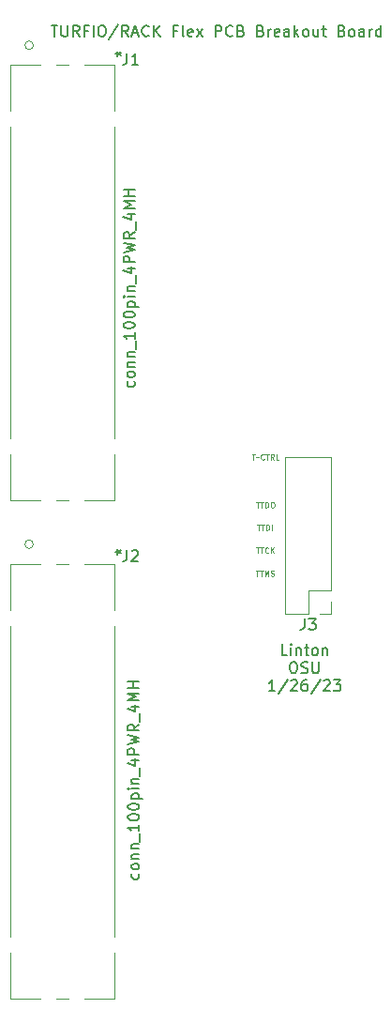
<source format=gbr>
%TF.GenerationSoftware,KiCad,Pcbnew,(6.0.6)*%
%TF.CreationDate,2023-01-26T13:39:55-05:00*%
%TF.ProjectId,TURFIO_RACK_Flex_PCB_Breakout,54555246-494f-45f5-9241-434b5f466c65,rev?*%
%TF.SameCoordinates,Original*%
%TF.FileFunction,Legend,Top*%
%TF.FilePolarity,Positive*%
%FSLAX46Y46*%
G04 Gerber Fmt 4.6, Leading zero omitted, Abs format (unit mm)*
G04 Created by KiCad (PCBNEW (6.0.6)) date 2023-01-26 13:39:55*
%MOMM*%
%LPD*%
G01*
G04 APERTURE LIST*
%ADD10C,0.125000*%
%ADD11C,0.150000*%
%ADD12C,0.120000*%
G04 APERTURE END LIST*
D10*
X102607619Y-98636190D02*
X102893333Y-98636190D01*
X102750476Y-99136190D02*
X102750476Y-98636190D01*
X102988571Y-98636190D02*
X103274285Y-98636190D01*
X103131428Y-99136190D02*
X103131428Y-98636190D01*
X103440952Y-99136190D02*
X103440952Y-98636190D01*
X103560000Y-98636190D01*
X103631428Y-98660000D01*
X103679047Y-98707619D01*
X103702857Y-98755238D01*
X103726666Y-98850476D01*
X103726666Y-98921904D01*
X103702857Y-99017142D01*
X103679047Y-99064761D01*
X103631428Y-99112380D01*
X103560000Y-99136190D01*
X103440952Y-99136190D01*
X103940952Y-99136190D02*
X103940952Y-98636190D01*
D11*
X105328571Y-110442380D02*
X104852380Y-110442380D01*
X104852380Y-109442380D01*
X105661904Y-110442380D02*
X105661904Y-109775714D01*
X105661904Y-109442380D02*
X105614285Y-109490000D01*
X105661904Y-109537619D01*
X105709523Y-109490000D01*
X105661904Y-109442380D01*
X105661904Y-109537619D01*
X106138095Y-109775714D02*
X106138095Y-110442380D01*
X106138095Y-109870952D02*
X106185714Y-109823333D01*
X106280952Y-109775714D01*
X106423809Y-109775714D01*
X106519047Y-109823333D01*
X106566666Y-109918571D01*
X106566666Y-110442380D01*
X106900000Y-109775714D02*
X107280952Y-109775714D01*
X107042857Y-109442380D02*
X107042857Y-110299523D01*
X107090476Y-110394761D01*
X107185714Y-110442380D01*
X107280952Y-110442380D01*
X107757142Y-110442380D02*
X107661904Y-110394761D01*
X107614285Y-110347142D01*
X107566666Y-110251904D01*
X107566666Y-109966190D01*
X107614285Y-109870952D01*
X107661904Y-109823333D01*
X107757142Y-109775714D01*
X107900000Y-109775714D01*
X107995238Y-109823333D01*
X108042857Y-109870952D01*
X108090476Y-109966190D01*
X108090476Y-110251904D01*
X108042857Y-110347142D01*
X107995238Y-110394761D01*
X107900000Y-110442380D01*
X107757142Y-110442380D01*
X108519047Y-109775714D02*
X108519047Y-110442380D01*
X108519047Y-109870952D02*
X108566666Y-109823333D01*
X108661904Y-109775714D01*
X108804761Y-109775714D01*
X108900000Y-109823333D01*
X108947619Y-109918571D01*
X108947619Y-110442380D01*
X105804761Y-111052380D02*
X105995238Y-111052380D01*
X106090476Y-111100000D01*
X106185714Y-111195238D01*
X106233333Y-111385714D01*
X106233333Y-111719047D01*
X106185714Y-111909523D01*
X106090476Y-112004761D01*
X105995238Y-112052380D01*
X105804761Y-112052380D01*
X105709523Y-112004761D01*
X105614285Y-111909523D01*
X105566666Y-111719047D01*
X105566666Y-111385714D01*
X105614285Y-111195238D01*
X105709523Y-111100000D01*
X105804761Y-111052380D01*
X106614285Y-112004761D02*
X106757142Y-112052380D01*
X106995238Y-112052380D01*
X107090476Y-112004761D01*
X107138095Y-111957142D01*
X107185714Y-111861904D01*
X107185714Y-111766666D01*
X107138095Y-111671428D01*
X107090476Y-111623809D01*
X106995238Y-111576190D01*
X106804761Y-111528571D01*
X106709523Y-111480952D01*
X106661904Y-111433333D01*
X106614285Y-111338095D01*
X106614285Y-111242857D01*
X106661904Y-111147619D01*
X106709523Y-111100000D01*
X106804761Y-111052380D01*
X107042857Y-111052380D01*
X107185714Y-111100000D01*
X107614285Y-111052380D02*
X107614285Y-111861904D01*
X107661904Y-111957142D01*
X107709523Y-112004761D01*
X107804761Y-112052380D01*
X107995238Y-112052380D01*
X108090476Y-112004761D01*
X108138095Y-111957142D01*
X108185714Y-111861904D01*
X108185714Y-111052380D01*
X104233333Y-113662380D02*
X103661904Y-113662380D01*
X103947619Y-113662380D02*
X103947619Y-112662380D01*
X103852380Y-112805238D01*
X103757142Y-112900476D01*
X103661904Y-112948095D01*
X105376190Y-112614761D02*
X104519047Y-113900476D01*
X105661904Y-112757619D02*
X105709523Y-112710000D01*
X105804761Y-112662380D01*
X106042857Y-112662380D01*
X106138095Y-112710000D01*
X106185714Y-112757619D01*
X106233333Y-112852857D01*
X106233333Y-112948095D01*
X106185714Y-113090952D01*
X105614285Y-113662380D01*
X106233333Y-113662380D01*
X107090476Y-112662380D02*
X106900000Y-112662380D01*
X106804761Y-112710000D01*
X106757142Y-112757619D01*
X106661904Y-112900476D01*
X106614285Y-113090952D01*
X106614285Y-113471904D01*
X106661904Y-113567142D01*
X106709523Y-113614761D01*
X106804761Y-113662380D01*
X106995238Y-113662380D01*
X107090476Y-113614761D01*
X107138095Y-113567142D01*
X107185714Y-113471904D01*
X107185714Y-113233809D01*
X107138095Y-113138571D01*
X107090476Y-113090952D01*
X106995238Y-113043333D01*
X106804761Y-113043333D01*
X106709523Y-113090952D01*
X106661904Y-113138571D01*
X106614285Y-113233809D01*
X108328571Y-112614761D02*
X107471428Y-113900476D01*
X108614285Y-112757619D02*
X108661904Y-112710000D01*
X108757142Y-112662380D01*
X108995238Y-112662380D01*
X109090476Y-112710000D01*
X109138095Y-112757619D01*
X109185714Y-112852857D01*
X109185714Y-112948095D01*
X109138095Y-113090952D01*
X108566666Y-113662380D01*
X109185714Y-113662380D01*
X109519047Y-112662380D02*
X110138095Y-112662380D01*
X109804761Y-113043333D01*
X109947619Y-113043333D01*
X110042857Y-113090952D01*
X110090476Y-113138571D01*
X110138095Y-113233809D01*
X110138095Y-113471904D01*
X110090476Y-113567142D01*
X110042857Y-113614761D01*
X109947619Y-113662380D01*
X109661904Y-113662380D01*
X109566666Y-113614761D01*
X109519047Y-113567142D01*
D10*
X102482857Y-102796190D02*
X102768571Y-102796190D01*
X102625714Y-103296190D02*
X102625714Y-102796190D01*
X102863809Y-102796190D02*
X103149523Y-102796190D01*
X103006666Y-103296190D02*
X103006666Y-102796190D01*
X103316190Y-103296190D02*
X103316190Y-102796190D01*
X103482857Y-103153333D01*
X103649523Y-102796190D01*
X103649523Y-103296190D01*
X103863809Y-103272380D02*
X103935238Y-103296190D01*
X104054285Y-103296190D01*
X104101904Y-103272380D01*
X104125714Y-103248571D01*
X104149523Y-103200952D01*
X104149523Y-103153333D01*
X104125714Y-103105714D01*
X104101904Y-103081904D01*
X104054285Y-103058095D01*
X103959047Y-103034285D01*
X103911428Y-103010476D01*
X103887619Y-102986666D01*
X103863809Y-102939047D01*
X103863809Y-102891428D01*
X103887619Y-102843809D01*
X103911428Y-102820000D01*
X103959047Y-102796190D01*
X104078095Y-102796190D01*
X104149523Y-102820000D01*
X102506666Y-100726190D02*
X102792380Y-100726190D01*
X102649523Y-101226190D02*
X102649523Y-100726190D01*
X102887619Y-100726190D02*
X103173333Y-100726190D01*
X103030476Y-101226190D02*
X103030476Y-100726190D01*
X103625714Y-101178571D02*
X103601904Y-101202380D01*
X103530476Y-101226190D01*
X103482857Y-101226190D01*
X103411428Y-101202380D01*
X103363809Y-101154761D01*
X103340000Y-101107142D01*
X103316190Y-101011904D01*
X103316190Y-100940476D01*
X103340000Y-100845238D01*
X103363809Y-100797619D01*
X103411428Y-100750000D01*
X103482857Y-100726190D01*
X103530476Y-100726190D01*
X103601904Y-100750000D01*
X103625714Y-100773809D01*
X103840000Y-101226190D02*
X103840000Y-100726190D01*
X104125714Y-101226190D02*
X103911428Y-100940476D01*
X104125714Y-100726190D02*
X103840000Y-101011904D01*
D11*
X84027619Y-53622380D02*
X84599047Y-53622380D01*
X84313333Y-54622380D02*
X84313333Y-53622380D01*
X84932380Y-53622380D02*
X84932380Y-54431904D01*
X84980000Y-54527142D01*
X85027619Y-54574761D01*
X85122857Y-54622380D01*
X85313333Y-54622380D01*
X85408571Y-54574761D01*
X85456190Y-54527142D01*
X85503809Y-54431904D01*
X85503809Y-53622380D01*
X86551428Y-54622380D02*
X86218095Y-54146190D01*
X85980000Y-54622380D02*
X85980000Y-53622380D01*
X86360952Y-53622380D01*
X86456190Y-53670000D01*
X86503809Y-53717619D01*
X86551428Y-53812857D01*
X86551428Y-53955714D01*
X86503809Y-54050952D01*
X86456190Y-54098571D01*
X86360952Y-54146190D01*
X85980000Y-54146190D01*
X87313333Y-54098571D02*
X86980000Y-54098571D01*
X86980000Y-54622380D02*
X86980000Y-53622380D01*
X87456190Y-53622380D01*
X87837142Y-54622380D02*
X87837142Y-53622380D01*
X88503809Y-53622380D02*
X88694285Y-53622380D01*
X88789523Y-53670000D01*
X88884761Y-53765238D01*
X88932380Y-53955714D01*
X88932380Y-54289047D01*
X88884761Y-54479523D01*
X88789523Y-54574761D01*
X88694285Y-54622380D01*
X88503809Y-54622380D01*
X88408571Y-54574761D01*
X88313333Y-54479523D01*
X88265714Y-54289047D01*
X88265714Y-53955714D01*
X88313333Y-53765238D01*
X88408571Y-53670000D01*
X88503809Y-53622380D01*
X90075238Y-53574761D02*
X89218095Y-54860476D01*
X90980000Y-54622380D02*
X90646666Y-54146190D01*
X90408571Y-54622380D02*
X90408571Y-53622380D01*
X90789523Y-53622380D01*
X90884761Y-53670000D01*
X90932380Y-53717619D01*
X90980000Y-53812857D01*
X90980000Y-53955714D01*
X90932380Y-54050952D01*
X90884761Y-54098571D01*
X90789523Y-54146190D01*
X90408571Y-54146190D01*
X91360952Y-54336666D02*
X91837142Y-54336666D01*
X91265714Y-54622380D02*
X91599047Y-53622380D01*
X91932380Y-54622380D01*
X92837142Y-54527142D02*
X92789523Y-54574761D01*
X92646666Y-54622380D01*
X92551428Y-54622380D01*
X92408571Y-54574761D01*
X92313333Y-54479523D01*
X92265714Y-54384285D01*
X92218095Y-54193809D01*
X92218095Y-54050952D01*
X92265714Y-53860476D01*
X92313333Y-53765238D01*
X92408571Y-53670000D01*
X92551428Y-53622380D01*
X92646666Y-53622380D01*
X92789523Y-53670000D01*
X92837142Y-53717619D01*
X93265714Y-54622380D02*
X93265714Y-53622380D01*
X93837142Y-54622380D02*
X93408571Y-54050952D01*
X93837142Y-53622380D02*
X93265714Y-54193809D01*
X95360952Y-54098571D02*
X95027619Y-54098571D01*
X95027619Y-54622380D02*
X95027619Y-53622380D01*
X95503809Y-53622380D01*
X96027619Y-54622380D02*
X95932380Y-54574761D01*
X95884761Y-54479523D01*
X95884761Y-53622380D01*
X96789523Y-54574761D02*
X96694285Y-54622380D01*
X96503809Y-54622380D01*
X96408571Y-54574761D01*
X96360952Y-54479523D01*
X96360952Y-54098571D01*
X96408571Y-54003333D01*
X96503809Y-53955714D01*
X96694285Y-53955714D01*
X96789523Y-54003333D01*
X96837142Y-54098571D01*
X96837142Y-54193809D01*
X96360952Y-54289047D01*
X97170476Y-54622380D02*
X97694285Y-53955714D01*
X97170476Y-53955714D02*
X97694285Y-54622380D01*
X98837142Y-54622380D02*
X98837142Y-53622380D01*
X99218095Y-53622380D01*
X99313333Y-53670000D01*
X99360952Y-53717619D01*
X99408571Y-53812857D01*
X99408571Y-53955714D01*
X99360952Y-54050952D01*
X99313333Y-54098571D01*
X99218095Y-54146190D01*
X98837142Y-54146190D01*
X100408571Y-54527142D02*
X100360952Y-54574761D01*
X100218095Y-54622380D01*
X100122857Y-54622380D01*
X99980000Y-54574761D01*
X99884761Y-54479523D01*
X99837142Y-54384285D01*
X99789523Y-54193809D01*
X99789523Y-54050952D01*
X99837142Y-53860476D01*
X99884761Y-53765238D01*
X99980000Y-53670000D01*
X100122857Y-53622380D01*
X100218095Y-53622380D01*
X100360952Y-53670000D01*
X100408571Y-53717619D01*
X101170476Y-54098571D02*
X101313333Y-54146190D01*
X101360952Y-54193809D01*
X101408571Y-54289047D01*
X101408571Y-54431904D01*
X101360952Y-54527142D01*
X101313333Y-54574761D01*
X101218095Y-54622380D01*
X100837142Y-54622380D01*
X100837142Y-53622380D01*
X101170476Y-53622380D01*
X101265714Y-53670000D01*
X101313333Y-53717619D01*
X101360952Y-53812857D01*
X101360952Y-53908095D01*
X101313333Y-54003333D01*
X101265714Y-54050952D01*
X101170476Y-54098571D01*
X100837142Y-54098571D01*
X102932380Y-54098571D02*
X103075238Y-54146190D01*
X103122857Y-54193809D01*
X103170476Y-54289047D01*
X103170476Y-54431904D01*
X103122857Y-54527142D01*
X103075238Y-54574761D01*
X102980000Y-54622380D01*
X102599047Y-54622380D01*
X102599047Y-53622380D01*
X102932380Y-53622380D01*
X103027619Y-53670000D01*
X103075238Y-53717619D01*
X103122857Y-53812857D01*
X103122857Y-53908095D01*
X103075238Y-54003333D01*
X103027619Y-54050952D01*
X102932380Y-54098571D01*
X102599047Y-54098571D01*
X103599047Y-54622380D02*
X103599047Y-53955714D01*
X103599047Y-54146190D02*
X103646666Y-54050952D01*
X103694285Y-54003333D01*
X103789523Y-53955714D01*
X103884761Y-53955714D01*
X104599047Y-54574761D02*
X104503809Y-54622380D01*
X104313333Y-54622380D01*
X104218095Y-54574761D01*
X104170476Y-54479523D01*
X104170476Y-54098571D01*
X104218095Y-54003333D01*
X104313333Y-53955714D01*
X104503809Y-53955714D01*
X104599047Y-54003333D01*
X104646666Y-54098571D01*
X104646666Y-54193809D01*
X104170476Y-54289047D01*
X105503809Y-54622380D02*
X105503809Y-54098571D01*
X105456190Y-54003333D01*
X105360952Y-53955714D01*
X105170476Y-53955714D01*
X105075238Y-54003333D01*
X105503809Y-54574761D02*
X105408571Y-54622380D01*
X105170476Y-54622380D01*
X105075238Y-54574761D01*
X105027619Y-54479523D01*
X105027619Y-54384285D01*
X105075238Y-54289047D01*
X105170476Y-54241428D01*
X105408571Y-54241428D01*
X105503809Y-54193809D01*
X105980000Y-54622380D02*
X105980000Y-53622380D01*
X106075238Y-54241428D02*
X106360952Y-54622380D01*
X106360952Y-53955714D02*
X105980000Y-54336666D01*
X106932380Y-54622380D02*
X106837142Y-54574761D01*
X106789523Y-54527142D01*
X106741904Y-54431904D01*
X106741904Y-54146190D01*
X106789523Y-54050952D01*
X106837142Y-54003333D01*
X106932380Y-53955714D01*
X107075238Y-53955714D01*
X107170476Y-54003333D01*
X107218095Y-54050952D01*
X107265714Y-54146190D01*
X107265714Y-54431904D01*
X107218095Y-54527142D01*
X107170476Y-54574761D01*
X107075238Y-54622380D01*
X106932380Y-54622380D01*
X108122857Y-53955714D02*
X108122857Y-54622380D01*
X107694285Y-53955714D02*
X107694285Y-54479523D01*
X107741904Y-54574761D01*
X107837142Y-54622380D01*
X107980000Y-54622380D01*
X108075238Y-54574761D01*
X108122857Y-54527142D01*
X108456190Y-53955714D02*
X108837142Y-53955714D01*
X108599047Y-53622380D02*
X108599047Y-54479523D01*
X108646666Y-54574761D01*
X108741904Y-54622380D01*
X108837142Y-54622380D01*
X110265714Y-54098571D02*
X110408571Y-54146190D01*
X110456190Y-54193809D01*
X110503809Y-54289047D01*
X110503809Y-54431904D01*
X110456190Y-54527142D01*
X110408571Y-54574761D01*
X110313333Y-54622380D01*
X109932380Y-54622380D01*
X109932380Y-53622380D01*
X110265714Y-53622380D01*
X110360952Y-53670000D01*
X110408571Y-53717619D01*
X110456190Y-53812857D01*
X110456190Y-53908095D01*
X110408571Y-54003333D01*
X110360952Y-54050952D01*
X110265714Y-54098571D01*
X109932380Y-54098571D01*
X111075238Y-54622380D02*
X110980000Y-54574761D01*
X110932380Y-54527142D01*
X110884761Y-54431904D01*
X110884761Y-54146190D01*
X110932380Y-54050952D01*
X110980000Y-54003333D01*
X111075238Y-53955714D01*
X111218095Y-53955714D01*
X111313333Y-54003333D01*
X111360952Y-54050952D01*
X111408571Y-54146190D01*
X111408571Y-54431904D01*
X111360952Y-54527142D01*
X111313333Y-54574761D01*
X111218095Y-54622380D01*
X111075238Y-54622380D01*
X112265714Y-54622380D02*
X112265714Y-54098571D01*
X112218095Y-54003333D01*
X112122857Y-53955714D01*
X111932380Y-53955714D01*
X111837142Y-54003333D01*
X112265714Y-54574761D02*
X112170476Y-54622380D01*
X111932380Y-54622380D01*
X111837142Y-54574761D01*
X111789523Y-54479523D01*
X111789523Y-54384285D01*
X111837142Y-54289047D01*
X111932380Y-54241428D01*
X112170476Y-54241428D01*
X112265714Y-54193809D01*
X112741904Y-54622380D02*
X112741904Y-53955714D01*
X112741904Y-54146190D02*
X112789523Y-54050952D01*
X112837142Y-54003333D01*
X112932380Y-53955714D01*
X113027619Y-53955714D01*
X113789523Y-54622380D02*
X113789523Y-53622380D01*
X113789523Y-54574761D02*
X113694285Y-54622380D01*
X113503809Y-54622380D01*
X113408571Y-54574761D01*
X113360952Y-54527142D01*
X113313333Y-54431904D01*
X113313333Y-54146190D01*
X113360952Y-54050952D01*
X113408571Y-54003333D01*
X113503809Y-53955714D01*
X113694285Y-53955714D01*
X113789523Y-54003333D01*
D10*
X102524761Y-96606190D02*
X102810476Y-96606190D01*
X102667619Y-97106190D02*
X102667619Y-96606190D01*
X102905714Y-96606190D02*
X103191428Y-96606190D01*
X103048571Y-97106190D02*
X103048571Y-96606190D01*
X103358095Y-97106190D02*
X103358095Y-96606190D01*
X103477142Y-96606190D01*
X103548571Y-96630000D01*
X103596190Y-96677619D01*
X103620000Y-96725238D01*
X103643809Y-96820476D01*
X103643809Y-96891904D01*
X103620000Y-96987142D01*
X103596190Y-97034761D01*
X103548571Y-97082380D01*
X103477142Y-97106190D01*
X103358095Y-97106190D01*
X103953333Y-96606190D02*
X104048571Y-96606190D01*
X104096190Y-96630000D01*
X104143809Y-96677619D01*
X104167619Y-96772857D01*
X104167619Y-96939523D01*
X104143809Y-97034761D01*
X104096190Y-97082380D01*
X104048571Y-97106190D01*
X103953333Y-97106190D01*
X103905714Y-97082380D01*
X103858095Y-97034761D01*
X103834285Y-96939523D01*
X103834285Y-96772857D01*
X103858095Y-96677619D01*
X103905714Y-96630000D01*
X103953333Y-96606190D01*
X102155714Y-92286190D02*
X102441428Y-92286190D01*
X102298571Y-92786190D02*
X102298571Y-92286190D01*
X102536666Y-92595714D02*
X102560476Y-92571904D01*
X102608095Y-92548095D01*
X102703333Y-92595714D01*
X102750952Y-92571904D01*
X102774761Y-92548095D01*
X103250952Y-92738571D02*
X103227142Y-92762380D01*
X103155714Y-92786190D01*
X103108095Y-92786190D01*
X103036666Y-92762380D01*
X102989047Y-92714761D01*
X102965238Y-92667142D01*
X102941428Y-92571904D01*
X102941428Y-92500476D01*
X102965238Y-92405238D01*
X102989047Y-92357619D01*
X103036666Y-92310000D01*
X103108095Y-92286190D01*
X103155714Y-92286190D01*
X103227142Y-92310000D01*
X103250952Y-92333809D01*
X103393809Y-92286190D02*
X103679523Y-92286190D01*
X103536666Y-92786190D02*
X103536666Y-92286190D01*
X104131904Y-92786190D02*
X103965238Y-92548095D01*
X103846190Y-92786190D02*
X103846190Y-92286190D01*
X104036666Y-92286190D01*
X104084285Y-92310000D01*
X104108095Y-92333809D01*
X104131904Y-92381428D01*
X104131904Y-92452857D01*
X104108095Y-92500476D01*
X104084285Y-92524285D01*
X104036666Y-92548095D01*
X103846190Y-92548095D01*
X104584285Y-92786190D02*
X104346190Y-92786190D01*
X104346190Y-92286190D01*
D11*
%TO.C,J1*%
X90866666Y-56152380D02*
X90866666Y-56866666D01*
X90819047Y-57009523D01*
X90723809Y-57104761D01*
X90580952Y-57152380D01*
X90485714Y-57152380D01*
X91866666Y-57152380D02*
X91295238Y-57152380D01*
X91580952Y-57152380D02*
X91580952Y-56152380D01*
X91485714Y-56295238D01*
X91390476Y-56390476D01*
X91295238Y-56438095D01*
X91504761Y-85752380D02*
X91552380Y-85847619D01*
X91552380Y-86038095D01*
X91504761Y-86133333D01*
X91457142Y-86180952D01*
X91361904Y-86228571D01*
X91076190Y-86228571D01*
X90980952Y-86180952D01*
X90933333Y-86133333D01*
X90885714Y-86038095D01*
X90885714Y-85847619D01*
X90933333Y-85752380D01*
X91552380Y-85180952D02*
X91504761Y-85276190D01*
X91457142Y-85323809D01*
X91361904Y-85371428D01*
X91076190Y-85371428D01*
X90980952Y-85323809D01*
X90933333Y-85276190D01*
X90885714Y-85180952D01*
X90885714Y-85038095D01*
X90933333Y-84942857D01*
X90980952Y-84895238D01*
X91076190Y-84847619D01*
X91361904Y-84847619D01*
X91457142Y-84895238D01*
X91504761Y-84942857D01*
X91552380Y-85038095D01*
X91552380Y-85180952D01*
X90885714Y-84419047D02*
X91552380Y-84419047D01*
X90980952Y-84419047D02*
X90933333Y-84371428D01*
X90885714Y-84276190D01*
X90885714Y-84133333D01*
X90933333Y-84038095D01*
X91028571Y-83990476D01*
X91552380Y-83990476D01*
X90885714Y-83514285D02*
X91552380Y-83514285D01*
X90980952Y-83514285D02*
X90933333Y-83466666D01*
X90885714Y-83371428D01*
X90885714Y-83228571D01*
X90933333Y-83133333D01*
X91028571Y-83085714D01*
X91552380Y-83085714D01*
X91647619Y-82847619D02*
X91647619Y-82085714D01*
X91552380Y-81323809D02*
X91552380Y-81895238D01*
X91552380Y-81609523D02*
X90552380Y-81609523D01*
X90695238Y-81704761D01*
X90790476Y-81800000D01*
X90838095Y-81895238D01*
X90552380Y-80704761D02*
X90552380Y-80609523D01*
X90600000Y-80514285D01*
X90647619Y-80466666D01*
X90742857Y-80419047D01*
X90933333Y-80371428D01*
X91171428Y-80371428D01*
X91361904Y-80419047D01*
X91457142Y-80466666D01*
X91504761Y-80514285D01*
X91552380Y-80609523D01*
X91552380Y-80704761D01*
X91504761Y-80800000D01*
X91457142Y-80847619D01*
X91361904Y-80895238D01*
X91171428Y-80942857D01*
X90933333Y-80942857D01*
X90742857Y-80895238D01*
X90647619Y-80847619D01*
X90600000Y-80800000D01*
X90552380Y-80704761D01*
X90552380Y-79752380D02*
X90552380Y-79657142D01*
X90600000Y-79561904D01*
X90647619Y-79514285D01*
X90742857Y-79466666D01*
X90933333Y-79419047D01*
X91171428Y-79419047D01*
X91361904Y-79466666D01*
X91457142Y-79514285D01*
X91504761Y-79561904D01*
X91552380Y-79657142D01*
X91552380Y-79752380D01*
X91504761Y-79847619D01*
X91457142Y-79895238D01*
X91361904Y-79942857D01*
X91171428Y-79990476D01*
X90933333Y-79990476D01*
X90742857Y-79942857D01*
X90647619Y-79895238D01*
X90600000Y-79847619D01*
X90552380Y-79752380D01*
X90885714Y-78990476D02*
X91885714Y-78990476D01*
X90933333Y-78990476D02*
X90885714Y-78895238D01*
X90885714Y-78704761D01*
X90933333Y-78609523D01*
X90980952Y-78561904D01*
X91076190Y-78514285D01*
X91361904Y-78514285D01*
X91457142Y-78561904D01*
X91504761Y-78609523D01*
X91552380Y-78704761D01*
X91552380Y-78895238D01*
X91504761Y-78990476D01*
X91552380Y-78085714D02*
X90885714Y-78085714D01*
X90552380Y-78085714D02*
X90600000Y-78133333D01*
X90647619Y-78085714D01*
X90600000Y-78038095D01*
X90552380Y-78085714D01*
X90647619Y-78085714D01*
X90885714Y-77609523D02*
X91552380Y-77609523D01*
X90980952Y-77609523D02*
X90933333Y-77561904D01*
X90885714Y-77466666D01*
X90885714Y-77323809D01*
X90933333Y-77228571D01*
X91028571Y-77180952D01*
X91552380Y-77180952D01*
X91647619Y-76942857D02*
X91647619Y-76180952D01*
X90885714Y-75514285D02*
X91552380Y-75514285D01*
X90504761Y-75752380D02*
X91219047Y-75990476D01*
X91219047Y-75371428D01*
X91552380Y-74990476D02*
X90552380Y-74990476D01*
X90552380Y-74609523D01*
X90600000Y-74514285D01*
X90647619Y-74466666D01*
X90742857Y-74419047D01*
X90885714Y-74419047D01*
X90980952Y-74466666D01*
X91028571Y-74514285D01*
X91076190Y-74609523D01*
X91076190Y-74990476D01*
X90552380Y-74085714D02*
X91552380Y-73847619D01*
X90838095Y-73657142D01*
X91552380Y-73466666D01*
X90552380Y-73228571D01*
X91552380Y-72276190D02*
X91076190Y-72609523D01*
X91552380Y-72847619D02*
X90552380Y-72847619D01*
X90552380Y-72466666D01*
X90600000Y-72371428D01*
X90647619Y-72323809D01*
X90742857Y-72276190D01*
X90885714Y-72276190D01*
X90980952Y-72323809D01*
X91028571Y-72371428D01*
X91076190Y-72466666D01*
X91076190Y-72847619D01*
X91647619Y-72085714D02*
X91647619Y-71323809D01*
X90885714Y-70657142D02*
X91552380Y-70657142D01*
X90504761Y-70895238D02*
X91219047Y-71133333D01*
X91219047Y-70514285D01*
X91552380Y-70133333D02*
X90552380Y-70133333D01*
X91266666Y-69800000D01*
X90552380Y-69466666D01*
X91552380Y-69466666D01*
X91552380Y-68990476D02*
X90552380Y-68990476D01*
X91028571Y-68990476D02*
X91028571Y-68419047D01*
X91552380Y-68419047D02*
X90552380Y-68419047D01*
X89852380Y-56200000D02*
X90090476Y-56200000D01*
X89995238Y-56438095D02*
X90090476Y-56200000D01*
X89995238Y-55961904D01*
X90280952Y-56342857D02*
X90090476Y-56200000D01*
X90280952Y-56057142D01*
%TO.C,J2*%
X90866666Y-100952380D02*
X90866666Y-101666666D01*
X90819047Y-101809523D01*
X90723809Y-101904761D01*
X90580952Y-101952380D01*
X90485714Y-101952380D01*
X91295238Y-101047619D02*
X91342857Y-101000000D01*
X91438095Y-100952380D01*
X91676190Y-100952380D01*
X91771428Y-101000000D01*
X91819047Y-101047619D01*
X91866666Y-101142857D01*
X91866666Y-101238095D01*
X91819047Y-101380952D01*
X91247619Y-101952380D01*
X91866666Y-101952380D01*
X91904761Y-130152380D02*
X91952380Y-130247619D01*
X91952380Y-130438095D01*
X91904761Y-130533333D01*
X91857142Y-130580952D01*
X91761904Y-130628571D01*
X91476190Y-130628571D01*
X91380952Y-130580952D01*
X91333333Y-130533333D01*
X91285714Y-130438095D01*
X91285714Y-130247619D01*
X91333333Y-130152380D01*
X91952380Y-129580952D02*
X91904761Y-129676190D01*
X91857142Y-129723809D01*
X91761904Y-129771428D01*
X91476190Y-129771428D01*
X91380952Y-129723809D01*
X91333333Y-129676190D01*
X91285714Y-129580952D01*
X91285714Y-129438095D01*
X91333333Y-129342857D01*
X91380952Y-129295238D01*
X91476190Y-129247619D01*
X91761904Y-129247619D01*
X91857142Y-129295238D01*
X91904761Y-129342857D01*
X91952380Y-129438095D01*
X91952380Y-129580952D01*
X91285714Y-128819047D02*
X91952380Y-128819047D01*
X91380952Y-128819047D02*
X91333333Y-128771428D01*
X91285714Y-128676190D01*
X91285714Y-128533333D01*
X91333333Y-128438095D01*
X91428571Y-128390476D01*
X91952380Y-128390476D01*
X91285714Y-127914285D02*
X91952380Y-127914285D01*
X91380952Y-127914285D02*
X91333333Y-127866666D01*
X91285714Y-127771428D01*
X91285714Y-127628571D01*
X91333333Y-127533333D01*
X91428571Y-127485714D01*
X91952380Y-127485714D01*
X92047619Y-127247619D02*
X92047619Y-126485714D01*
X91952380Y-125723809D02*
X91952380Y-126295238D01*
X91952380Y-126009523D02*
X90952380Y-126009523D01*
X91095238Y-126104761D01*
X91190476Y-126200000D01*
X91238095Y-126295238D01*
X90952380Y-125104761D02*
X90952380Y-125009523D01*
X91000000Y-124914285D01*
X91047619Y-124866666D01*
X91142857Y-124819047D01*
X91333333Y-124771428D01*
X91571428Y-124771428D01*
X91761904Y-124819047D01*
X91857142Y-124866666D01*
X91904761Y-124914285D01*
X91952380Y-125009523D01*
X91952380Y-125104761D01*
X91904761Y-125200000D01*
X91857142Y-125247619D01*
X91761904Y-125295238D01*
X91571428Y-125342857D01*
X91333333Y-125342857D01*
X91142857Y-125295238D01*
X91047619Y-125247619D01*
X91000000Y-125200000D01*
X90952380Y-125104761D01*
X90952380Y-124152380D02*
X90952380Y-124057142D01*
X91000000Y-123961904D01*
X91047619Y-123914285D01*
X91142857Y-123866666D01*
X91333333Y-123819047D01*
X91571428Y-123819047D01*
X91761904Y-123866666D01*
X91857142Y-123914285D01*
X91904761Y-123961904D01*
X91952380Y-124057142D01*
X91952380Y-124152380D01*
X91904761Y-124247619D01*
X91857142Y-124295238D01*
X91761904Y-124342857D01*
X91571428Y-124390476D01*
X91333333Y-124390476D01*
X91142857Y-124342857D01*
X91047619Y-124295238D01*
X91000000Y-124247619D01*
X90952380Y-124152380D01*
X91285714Y-123390476D02*
X92285714Y-123390476D01*
X91333333Y-123390476D02*
X91285714Y-123295238D01*
X91285714Y-123104761D01*
X91333333Y-123009523D01*
X91380952Y-122961904D01*
X91476190Y-122914285D01*
X91761904Y-122914285D01*
X91857142Y-122961904D01*
X91904761Y-123009523D01*
X91952380Y-123104761D01*
X91952380Y-123295238D01*
X91904761Y-123390476D01*
X91952380Y-122485714D02*
X91285714Y-122485714D01*
X90952380Y-122485714D02*
X91000000Y-122533333D01*
X91047619Y-122485714D01*
X91000000Y-122438095D01*
X90952380Y-122485714D01*
X91047619Y-122485714D01*
X91285714Y-122009523D02*
X91952380Y-122009523D01*
X91380952Y-122009523D02*
X91333333Y-121961904D01*
X91285714Y-121866666D01*
X91285714Y-121723809D01*
X91333333Y-121628571D01*
X91428571Y-121580952D01*
X91952380Y-121580952D01*
X92047619Y-121342857D02*
X92047619Y-120580952D01*
X91285714Y-119914285D02*
X91952380Y-119914285D01*
X90904761Y-120152380D02*
X91619047Y-120390476D01*
X91619047Y-119771428D01*
X91952380Y-119390476D02*
X90952380Y-119390476D01*
X90952380Y-119009523D01*
X91000000Y-118914285D01*
X91047619Y-118866666D01*
X91142857Y-118819047D01*
X91285714Y-118819047D01*
X91380952Y-118866666D01*
X91428571Y-118914285D01*
X91476190Y-119009523D01*
X91476190Y-119390476D01*
X90952380Y-118485714D02*
X91952380Y-118247619D01*
X91238095Y-118057142D01*
X91952380Y-117866666D01*
X90952380Y-117628571D01*
X91952380Y-116676190D02*
X91476190Y-117009523D01*
X91952380Y-117247619D02*
X90952380Y-117247619D01*
X90952380Y-116866666D01*
X91000000Y-116771428D01*
X91047619Y-116723809D01*
X91142857Y-116676190D01*
X91285714Y-116676190D01*
X91380952Y-116723809D01*
X91428571Y-116771428D01*
X91476190Y-116866666D01*
X91476190Y-117247619D01*
X92047619Y-116485714D02*
X92047619Y-115723809D01*
X91285714Y-115057142D02*
X91952380Y-115057142D01*
X90904761Y-115295238D02*
X91619047Y-115533333D01*
X91619047Y-114914285D01*
X91952380Y-114533333D02*
X90952380Y-114533333D01*
X91666666Y-114200000D01*
X90952380Y-113866666D01*
X91952380Y-113866666D01*
X91952380Y-113390476D02*
X90952380Y-113390476D01*
X91428571Y-113390476D02*
X91428571Y-112819047D01*
X91952380Y-112819047D02*
X90952380Y-112819047D01*
X89852380Y-101100000D02*
X90090476Y-101100000D01*
X89995238Y-101338095D02*
X90090476Y-101100000D01*
X89995238Y-100861904D01*
X90280952Y-101242857D02*
X90090476Y-101100000D01*
X90280952Y-100957142D01*
%TO.C,J3*%
X106896666Y-107142380D02*
X106896666Y-107856666D01*
X106849047Y-107999523D01*
X106753809Y-108094761D01*
X106610952Y-108142380D01*
X106515714Y-108142380D01*
X107277619Y-107142380D02*
X107896666Y-107142380D01*
X107563333Y-107523333D01*
X107706190Y-107523333D01*
X107801428Y-107570952D01*
X107849047Y-107618571D01*
X107896666Y-107713809D01*
X107896666Y-107951904D01*
X107849047Y-108047142D01*
X107801428Y-108094761D01*
X107706190Y-108142380D01*
X107420476Y-108142380D01*
X107325238Y-108094761D01*
X107277619Y-108047142D01*
D12*
%TO.C,J1*%
X82998400Y-57203300D02*
X80297752Y-57203300D01*
X85598401Y-57203300D02*
X84445904Y-57203300D01*
X87045903Y-96446300D02*
X89746552Y-96446300D01*
X80297752Y-57203300D02*
X80297752Y-61350208D01*
X89746552Y-96446300D02*
X89746552Y-92299392D01*
X89746552Y-57203300D02*
X87045903Y-57203300D01*
X80297752Y-92299392D02*
X80297752Y-96446300D01*
X80297752Y-62799400D02*
X80297752Y-90850200D01*
X84445904Y-96446300D02*
X85598401Y-96446300D01*
X80297752Y-96446300D02*
X82998400Y-96446300D01*
X89746552Y-61350208D02*
X89746552Y-57203300D01*
X89746552Y-90850200D02*
X89746552Y-62799400D01*
X82403150Y-55425300D02*
G75*
G03*
X82403150Y-55425300I-381000J0D01*
G01*
%TO.C,J2*%
X80297752Y-102203300D02*
X80297752Y-106350208D01*
X89746552Y-106350208D02*
X89746552Y-102203300D01*
X89746552Y-102203300D02*
X87045903Y-102203300D01*
X89746552Y-135850200D02*
X89746552Y-107799400D01*
X80297752Y-107799400D02*
X80297752Y-135850200D01*
X87045903Y-141446300D02*
X89746552Y-141446300D01*
X85598401Y-102203300D02*
X84445904Y-102203300D01*
X80297752Y-141446300D02*
X82998400Y-141446300D01*
X84445904Y-141446300D02*
X85598401Y-141446300D01*
X80297752Y-137299392D02*
X80297752Y-141446300D01*
X89746552Y-141446300D02*
X89746552Y-137299392D01*
X82998400Y-102203300D02*
X80297752Y-102203300D01*
X82403150Y-100425300D02*
G75*
G03*
X82403150Y-100425300I-381000J0D01*
G01*
%TO.C,J3*%
X105170000Y-106690000D02*
X105170000Y-92570000D01*
X109290000Y-106690000D02*
X108230000Y-106690000D01*
X107230000Y-106690000D02*
X105170000Y-106690000D01*
X109290000Y-105630000D02*
X109290000Y-106690000D01*
X109290000Y-104630000D02*
X109290000Y-92570000D01*
X107230000Y-104630000D02*
X107230000Y-106690000D01*
X109290000Y-104630000D02*
X107230000Y-104630000D01*
X109290000Y-92570000D02*
X105170000Y-92570000D01*
%TD*%
M02*

</source>
